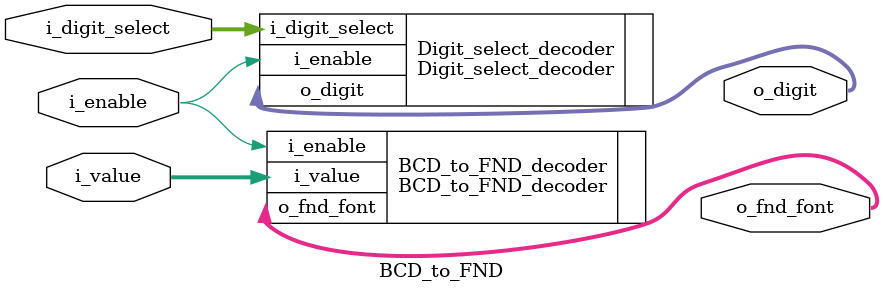
<source format=v>
`timescale 1ns / 1ps

module BCD_to_FND(
    input [2:0] i_digit_select,
    input i_enable,
    input [3:0] i_value,
    output [3:0] o_digit,
    output [7:0] o_fnd_font
    );

    Digit_select_decoder Digit_select_decoder(
        .i_digit_select(i_digit_select),
        .i_enable(i_enable),
        .o_digit(o_digit)
    );

    BCD_to_FND_decoder BCD_to_FND_decoder(
        .i_value(i_value),
        .i_enable(i_enable),
        .o_fnd_font(o_fnd_font)
    );

endmodule
</source>
